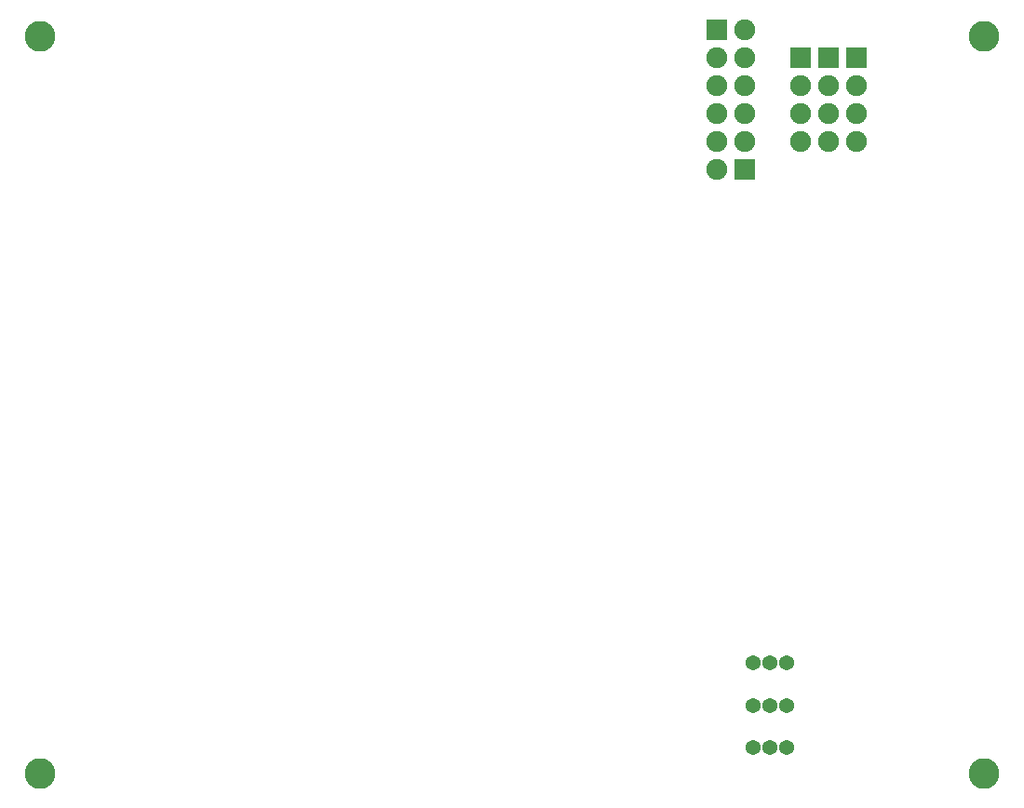
<source format=gbs>
G04 DipTrace 2.4.0.2*
%INBottomMask.gbr*%
%MOIN*%
%ADD42C,0.11*%
%ADD62C,0.0749*%
%ADD64R,0.0749X0.0749*%
%ADD70C,0.054*%
%FSLAX44Y44*%
G04*
G70*
G90*
G75*
G01*
%LNBotMask*%
%LPD*%
D70*
X32088Y6083D3*
X32678D3*
X33269D3*
X32088Y7603D3*
X32678D3*
X33269D3*
X32078Y9143D3*
X32668D3*
X33259D3*
D64*
X30788Y31813D3*
D62*
X31788D3*
X30788Y30813D3*
X31788D3*
X30788Y29813D3*
X31788D3*
X30788Y28813D3*
X31788D3*
D64*
X35788Y30813D3*
D62*
Y29813D3*
Y28813D3*
Y27813D3*
D64*
X34788Y30813D3*
D62*
Y29813D3*
Y28813D3*
Y27813D3*
D64*
X33788Y30813D3*
D62*
Y29813D3*
Y28813D3*
Y27813D3*
D64*
X31788Y26813D3*
D62*
X30788D3*
X31788Y27813D3*
X30788D3*
D42*
X40351Y31550D3*
Y5170D3*
X6531D3*
Y31550D3*
M02*

</source>
